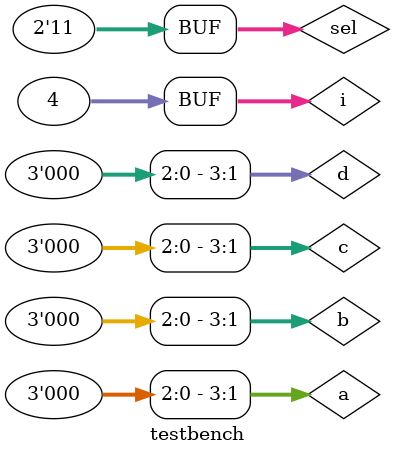
<source format=v>
module mux_4_to_1 (
    input [3:0] a,
    input [3:0] b,
    input [3:0] c,
    input [3:0] d,
    input [1:0] sel,
    output reg [3:0] out
);
always @(a or b or c or d or sel) begin
    case(sel)
    2'b00 : out <=a;
    2'b01: out <= b;
    2'b10: out <=c;
    2'b11: out<= d;
    endcase
end
endmodule
module testbench;
    reg [3:0] a;
    reg [3:0] b;
    reg [3:0] c;
    reg [3:0] d;
    reg [1:0] sel;
    wire [3:0] out;
    integer i;
    mux_4_to_1 inst(.a(a), .b(b), .c(c), .d(d), .sel(sel), .out(out));
    initial begin 
        $monitor("sel: 0x%0h a:0x%0h b:0x%0h c:0x%0h d:0x%0h out:0x%0h", sel,  a, b , c, d, out);
        sel =0; 
        a<= $random;
        b<= $random;
        c<=$random; 
        d<= $random;
        for(i=0; i<4; i=i+1) begin
            sel=i; #2;
        end
    end
endmodule

</source>
